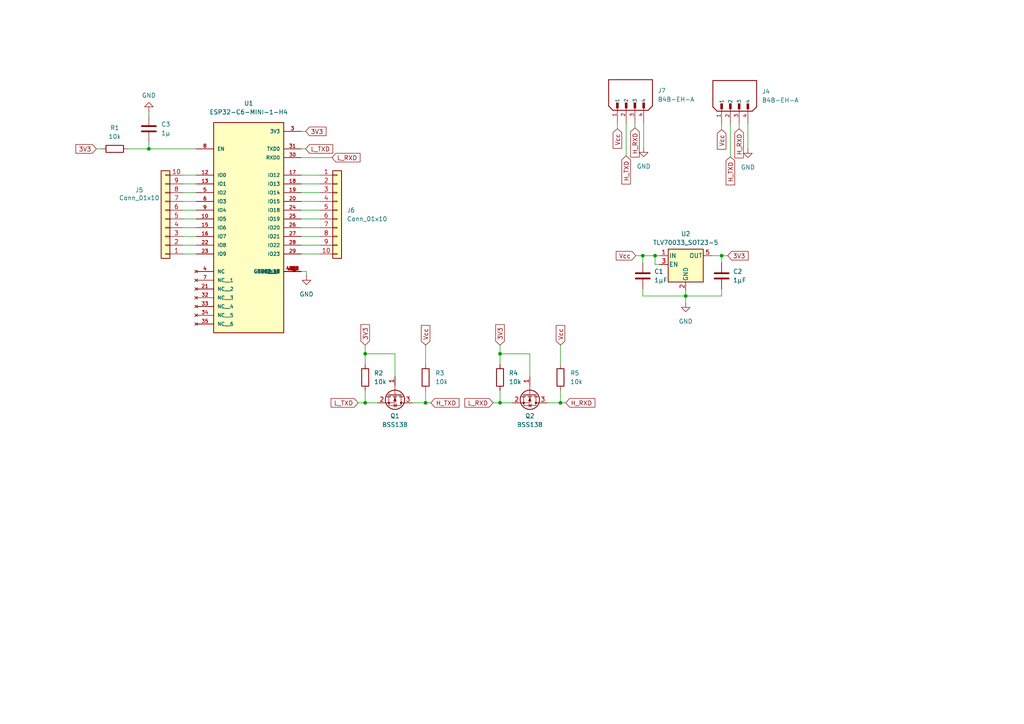
<source format=kicad_sch>
(kicad_sch (version 20231120) (generator "eeschema") (generator_version "8.0")
  (paper "A4")
  (lib_symbols
    (symbol "B4B-EH-A:B4B-EH-A" (pin_names (offset 1.016))
      (property "Reference" "J" (at -2.54 8.382 0))
      (property "Value" "B4B-EH-A" (at -2.54 -7.62 0))
      (symbol "B4B-EH-A_0_0"
        (rectangle (start -3.175 -2.8575) (end -1.5875 -2.2225) (stroke (width 0.1)) (fill (type outline)))
        (rectangle (start -3.175 -0.3175) (end -1.5875 0.3175) (stroke (width 0.1)) (fill (type outline)))
        (rectangle (start -3.175 2.2225) (end -1.5875 2.8575) (stroke (width 0.1)) (fill (type outline)))
        (rectangle (start -3.175 4.7625) (end -1.5875 5.3975) (stroke (width 0.1)) (fill (type outline)))
        (polyline (pts (xy -3.81 -3.81) (xy -2.54 -5.08)) (stroke (width 0.254)))
        (polyline (pts (xy -3.81 6.35) (xy -3.81 -3.81)) (stroke (width 0.254)))
        (polyline (pts (xy -3.81 6.35) (xy -2.54 7.62)) (stroke (width 0.254)))
        (polyline (pts (xy -2.54 -5.08) (xy 5.08 -5.08)) (stroke (width 0.254)))
        (polyline (pts (xy 5.08 -5.08) (xy 5.08 7.62)) (stroke (width 0.254)))
        (polyline (pts (xy 5.08 7.62) (xy -2.54 7.62)) (stroke (width 0.254)))
        (pin passive line (at -7.62 5.08 0) (length 5.08) (name "1") (number "1"))
        (pin passive line (at -7.62 2.54 0) (length 5.08) (name "2") (number "2"))
        (pin passive line (at -7.62 0 0) (length 5.08) (name "3") (number "3"))
        (pin passive line (at -7.62 -2.54 0) (length 5.08) (name "4") (number "4"))
      )
    )
    (symbol "Connector_Generic:Conn_01x10" (pin_names (offset 1.016) hide)
      (property "Reference" "J" (at 0 12.7 0))
      (property "Value" "Conn_01x10" (at 0 -15.24 0))
      (symbol "Conn_01x10_1_1"
        (rectangle (start -1.27 -12.573) (end 0 -12.827) (stroke (width 0.1524)))
        (rectangle (start -1.27 -10.033) (end 0 -10.287) (stroke (width 0.1524)))
        (rectangle (start -1.27 -7.493) (end 0 -7.747) (stroke (width 0.1524)))
        (rectangle (start -1.27 -4.953) (end 0 -5.207) (stroke (width 0.1524)))
        (rectangle (start -1.27 -2.413) (end 0 -2.667) (stroke (width 0.1524)))
        (rectangle (start -1.27 0.127) (end 0 -0.127) (stroke (width 0.1524)))
        (rectangle (start -1.27 2.667) (end 0 2.413) (stroke (width 0.1524)))
        (rectangle (start -1.27 5.207) (end 0 4.953) (stroke (width 0.1524)))
        (rectangle (start -1.27 7.747) (end 0 7.493) (stroke (width 0.1524)))
        (rectangle (start -1.27 10.287) (end 0 10.033) (stroke (width 0.1524)))
        (rectangle (start -1.27 11.43) (end 1.27 -13.97) (stroke (width 0.254)) (fill (type background)))
        (pin passive line (at -5.08 10.16 0) (length 3.81) (name "Pin_1") (number "1"))
        (pin passive line (at -5.08 -12.7 0) (length 3.81) (name "Pin_10") (number "10"))
        (pin passive line (at -5.08 7.62 0) (length 3.81) (name "Pin_2") (number "2"))
        (pin passive line (at -5.08 5.08 0) (length 3.81) (name "Pin_3") (number "3"))
        (pin passive line (at -5.08 2.54 0) (length 3.81) (name "Pin_4") (number "4"))
        (pin passive line (at -5.08 0 0) (length 3.81) (name "Pin_5") (number "5"))
        (pin passive line (at -5.08 -2.54 0) (length 3.81) (name "Pin_6") (number "6"))
        (pin passive line (at -5.08 -5.08 0) (length 3.81) (name "Pin_7") (number "7"))
        (pin passive line (at -5.08 -7.62 0) (length 3.81) (name "Pin_8") (number "8"))
        (pin passive line (at -5.08 -10.16 0) (length 3.81) (name "Pin_9") (number "9"))
      )
    )
    (symbol "Device:C" (pin_numbers hide) (pin_names (offset 0.254))
      (property "Reference" "C" (at 0.635 2.54 0))
      (property "Value" "C" (at 0.635 -2.54 0))
      (symbol "C_0_1"
        (polyline (pts (xy -2.032 -0.762) (xy 2.032 -0.762)) (stroke (width 0.508)))
        (polyline (pts (xy -2.032 0.762) (xy 2.032 0.762)) (stroke (width 0.508)))
      )
      (symbol "C_1_1"
        (pin passive line (at 0 3.81 270) (length 2.794) (name "~") (number "1"))
        (pin passive line (at 0 -3.81 90) (length 2.794) (name "~") (number "2"))
      )
    )
    (symbol "Device:R" (pin_numbers hide) (pin_names (offset 0))
      (property "Reference" "R" (at 2.032 0 90))
      (property "Value" "R" (at 0 0 90))
      (symbol "R_0_1"
        (rectangle (start -1.016 -2.54) (end 1.016 2.54) (stroke (width 0.254)))
      )
      (symbol "R_1_1"
        (pin passive line (at 0 3.81 270) (length 1.27) (name "~") (number "1"))
        (pin passive line (at 0 -3.81 90) (length 1.27) (name "~") (number "2"))
      )
    )
    (symbol "Modular_Electronics_Toolkit_sym:ESP32-C6-MINI-1-H4" (pin_names (offset 1.016))
      (property "Reference" "U" (at -10.16 23.622 0))
      (property "Value" "ESP32-C6-MINI-1-H4" (at -11.43 -41.402 0))
      (symbol "ESP32-C6-MINI-1-H4_0_0"
        (rectangle (start -10.16 22.86) (end 10.16 -38.1) (stroke (width 0.254)) (fill (type background)))
        (pin power_in line (at 15.24 -20.32 180) (length 5.08) (name "GND1") (number "1"))
        (pin bidirectional line (at -15.24 -5.08 0) (length 5.08) (name "IO5") (number "10"))
        (pin power_in line (at 15.24 -20.32 180) (length 5.08) (name "GND1__2") (number "11"))
        (pin bidirectional line (at -15.24 7.62 0) (length 5.08) (name "IO0") (number "12"))
        (pin bidirectional line (at -15.24 5.08 0) (length 5.08) (name "IO1") (number "13"))
        (pin power_in line (at 15.24 -20.32 180) (length 5.08) (name "GND1__3") (number "14"))
        (pin bidirectional line (at -15.24 -7.62 0) (length 5.08) (name "IO6") (number "15"))
        (pin bidirectional line (at -15.24 -10.16 0) (length 5.08) (name "IO7") (number "16"))
        (pin bidirectional line (at 15.24 7.62 180) (length 5.08) (name "IO12") (number "17"))
        (pin bidirectional line (at 15.24 5.08 180) (length 5.08) (name "IO13") (number "18"))
        (pin bidirectional line (at 15.24 2.54 180) (length 5.08) (name "IO14") (number "19"))
        (pin power_in line (at 15.24 -20.32 180) (length 5.08) (name "GND1__1") (number "2"))
        (pin bidirectional line (at 15.24 0 180) (length 5.08) (name "IO15") (number "20"))
        (pin no_connect line (at -15.24 -25.4 0) (length 5.08) (name "NC__2") (number "21"))
        (pin bidirectional line (at -15.24 -12.7 0) (length 5.08) (name "IO8") (number "22"))
        (pin bidirectional line (at -15.24 -15.24 0) (length 5.08) (name "IO9") (number "23"))
        (pin bidirectional line (at 15.24 -2.54 180) (length 5.08) (name "IO18") (number "24"))
        (pin bidirectional line (at 15.24 -5.08 180) (length 5.08) (name "IO19") (number "25"))
        (pin bidirectional line (at 15.24 -7.62 180) (length 5.08) (name "IO20") (number "26"))
        (pin bidirectional line (at 15.24 -10.16 180) (length 5.08) (name "IO21") (number "27"))
        (pin bidirectional line (at 15.24 -12.7 180) (length 5.08) (name "IO22") (number "28"))
        (pin bidirectional line (at 15.24 -15.24 180) (length 5.08) (name "IO23") (number "29"))
        (pin power_in line (at 15.24 20.32 180) (length 5.08) (name "3V3") (number "3"))
        (pin bidirectional line (at 15.24 12.7 180) (length 5.08) (name "RXD0") (number "30"))
        (pin bidirectional line (at 15.24 15.24 180) (length 5.08) (name "TXD0") (number "31"))
        (pin no_connect line (at -15.24 -27.94 0) (length 5.08) (name "NC__3") (number "32"))
        (pin no_connect line (at -15.24 -30.48 0) (length 5.08) (name "NC__4") (number "33"))
        (pin no_connect line (at -15.24 -33.02 0) (length 5.08) (name "NC__5") (number "34"))
        (pin no_connect line (at -15.24 -35.56 0) (length 5.08) (name "NC__6") (number "35"))
        (pin power_in line (at 15.24 -20.32 180) (length 5.08) (name "GND1__4") (number "36"))
        (pin power_in line (at 15.24 -20.32 180) (length 5.08) (name "GND1__5") (number "37"))
        (pin power_in line (at 15.24 -20.32 180) (length 5.08) (name "GND1__6") (number "38"))
        (pin power_in line (at 15.24 -20.32 180) (length 5.08) (name "GND1__7") (number "39"))
        (pin no_connect line (at -15.24 -20.32 0) (length 5.08) (name "NC") (number "4"))
        (pin power_in line (at 15.24 -20.32 180) (length 5.08) (name "GND1__8") (number "40"))
        (pin power_in line (at 15.24 -20.32 180) (length 5.08) (name "GND1__9") (number "41"))
        (pin power_in line (at 15.24 -20.32 180) (length 5.08) (name "GND1__10") (number "42"))
        (pin power_in line (at 15.24 -20.32 180) (length 5.08) (name "GND1__11") (number "43"))
        (pin power_in line (at 15.24 -20.32 180) (length 5.08) (name "GND1__12") (number "44"))
        (pin power_in line (at 15.24 -20.32 180) (length 5.08) (name "GND1__13") (number "45"))
        (pin power_in line (at 15.24 -20.32 180) (length 5.08) (name "GND1__14") (number "46"))
        (pin power_in line (at 15.24 -20.32 180) (length 5.08) (name "GND2") (number "47"))
        (pin power_in line (at 15.24 -20.32 180) (length 5.08) (name "GND2__1") (number "48"))
        (pin power_in line (at 15.24 -20.32 180) (length 5.08) (name "GND2__2") (number "49_1"))
        (pin power_in line (at 15.24 -20.32 180) (length 5.08) (name "GND2__3") (number "49_2"))
        (pin power_in line (at 15.24 -20.32 180) (length 5.08) (name "GND2__4") (number "49_3"))
        (pin power_in line (at 15.24 -20.32 180) (length 5.08) (name "GND2__5") (number "49_4"))
        (pin power_in line (at 15.24 -20.32 180) (length 5.08) (name "GND2__6") (number "49_5"))
        (pin power_in line (at 15.24 -20.32 180) (length 5.08) (name "GND2__7") (number "49_6"))
        (pin power_in line (at 15.24 -20.32 180) (length 5.08) (name "GND2__8") (number "49_7"))
        (pin power_in line (at 15.24 -20.32 180) (length 5.08) (name "GND2__9") (number "49_8"))
        (pin power_in line (at 15.24 -20.32 180) (length 5.08) (name "GND2__10") (number "49_9"))
        (pin bidirectional line (at -15.24 2.54 0) (length 5.08) (name "IO2") (number "5"))
        (pin power_in line (at 15.24 -20.32 180) (length 5.08) (name "GND2__11") (number "50"))
        (pin power_in line (at 15.24 -20.32 180) (length 5.08) (name "GND2__12") (number "51"))
        (pin power_in line (at 15.24 -20.32 180) (length 5.08) (name "GND2__13") (number "52"))
        (pin power_in line (at 15.24 -20.32 180) (length 5.08) (name "GND2__14") (number "53"))
        (pin bidirectional line (at -15.24 0 0) (length 5.08) (name "IO3") (number "6"))
        (pin no_connect line (at -15.24 -22.86 0) (length 5.08) (name "NC__1") (number "7"))
        (pin input line (at -15.24 15.24 0) (length 5.08) (name "EN") (number "8"))
        (pin bidirectional line (at -15.24 -2.54 0) (length 5.08) (name "IO4") (number "9"))
      )
    )
    (symbol "Regulator_Linear:TLV70033_SOT23-5" (pin_names (offset 0.254))
      (property "Reference" "U" (at -3.81 5.715 0))
      (property "Value" "TLV70033_SOT23-5" (at 0 5.715 0))
      (symbol "TLV70033_SOT23-5_0_1"
        (rectangle (start -5.08 4.445) (end 5.08 -5.08) (stroke (width 0.254)) (fill (type background)))
      )
      (symbol "TLV70033_SOT23-5_1_1"
        (pin power_in line (at -7.62 2.54 0) (length 2.54) (name "IN") (number "1"))
        (pin power_in line (at 0 -7.62 90) (length 2.54) (name "GND") (number "2"))
        (pin input line (at -7.62 0 0) (length 2.54) (name "EN") (number "3"))
        (pin no_connect line (at 5.08 0 180) (length 2.54) hide (name "NC") (number "4"))
        (pin power_out line (at 7.62 2.54 180) (length 2.54) (name "OUT") (number "5"))
      )
    )
    (symbol "Transistor_FET:BSS138" (pin_names hide)
      (property "Reference" "Q" (at 5.08 1.905 0))
      (property "Value" "BSS138" (at 5.08 0 0))
      (symbol "BSS138_0_1"
        (polyline (pts (xy 0.254 0) (xy -2.54 0)))
        (polyline (pts (xy 0.254 1.905) (xy 0.254 -1.905)) (stroke (width 0.254)))
        (polyline (pts (xy 0.762 -1.27) (xy 0.762 -2.286)) (stroke (width 0.254)))
        (polyline (pts (xy 0.762 0.508) (xy 0.762 -0.508)) (stroke (width 0.254)))
        (polyline (pts (xy 0.762 2.286) (xy 0.762 1.27)) (stroke (width 0.254)))
        (polyline (pts (xy 2.54 2.54) (xy 2.54 1.778)))
        (polyline (pts (xy 2.54 -2.54) (xy 2.54 0) (xy 0.762 0)))
        (polyline (pts (xy 0.762 -1.778) (xy 3.302 -1.778) (xy 3.302 1.778) (xy 0.762 1.778)))
        (polyline (pts (xy 1.016 0) (xy 2.032 0.381) (xy 2.032 -0.381) (xy 1.016 0)) (fill (type outline)))
        (polyline (pts (xy 2.794 0.508) (xy 2.921 0.381) (xy 3.683 0.381) (xy 3.81 0.254)))
        (polyline (pts (xy 3.302 0.381) (xy 2.921 -0.254) (xy 3.683 -0.254) (xy 3.302 0.381)))
        (circle (center 1.651 0) (radius 2.794) (stroke (width 0.254)))
        (circle (center 2.54 -1.778) (radius 0.254) (fill (type outline)))
        (circle (center 2.54 1.778) (radius 0.254) (fill (type outline)))
      )
      (symbol "BSS138_1_1"
        (pin input line (at -5.08 0 0) (length 2.54) (name "G") (number "1"))
        (pin passive line (at 2.54 -5.08 90) (length 2.54) (name "S") (number "2"))
        (pin passive line (at 2.54 5.08 270) (length 2.54) (name "D") (number "3"))
      )
    )
    (symbol "power:GND" (power) (pin_numbers hide) (pin_names (offset 0) hide)
      (property "Value" "GND" (at 0 -3.81 0))
      (symbol "GND_0_1"
        (polyline (pts (xy 0 0) (xy 0 -1.27) (xy 1.27 -1.27) (xy 0 -2.54) (xy -1.27 -1.27) (xy 0 -1.27)))
      )
      (symbol "GND_1_1"
        (pin power_in line (at 0 0 270) (length 0) (name "~") (number "1"))
      )
    )
  )
  (junction (at 198.882 85.852))
  (junction (at 189.992 74.168))
  (junction (at 105.918 102.616))
  (junction (at 105.918 116.84))
  (junction (at 123.444 116.84))
  (junction (at 43.18 43.18))
  (junction (at 145.034 116.84))
  (junction (at 145.034 102.616))
  (junction (at 209.296 74.168))
  (junction (at 162.56 116.84))
  (junction (at 186.436 74.168))
  (wire (pts (xy 114.554 109.22) (xy 114.554 102.616)))
  (wire (pts (xy 198.882 85.852) (xy 198.882 87.884)))
  (wire (pts (xy 123.444 116.84) (xy 124.968 116.84)))
  (wire (pts (xy 179.07 35.814) (xy 179.07 37.338)))
  (wire (pts (xy 105.918 116.84) (xy 109.474 116.84)))
  (wire (pts (xy 87.376 58.42) (xy 92.71 58.42)))
  (wire (pts (xy 153.67 109.22) (xy 153.67 102.616)))
  (wire (pts (xy 162.56 113.284) (xy 162.56 116.84)))
  (wire (pts (xy 87.376 60.96) (xy 92.71 60.96)))
  (wire (pts (xy 189.992 76.708) (xy 189.992 74.168)))
  (wire (pts (xy 216.916 36.068) (xy 216.916 43.18)))
  (wire (pts (xy 87.376 43.18) (xy 88.646 43.18)))
  (wire (pts (xy 53.086 55.88) (xy 56.896 55.88)))
  (wire (pts (xy 211.836 36.068) (xy 211.836 45.466)))
  (wire (pts (xy 206.502 74.168) (xy 209.296 74.168)))
  (wire (pts (xy 105.918 113.284) (xy 105.918 116.84)))
  (wire (pts (xy 209.296 83.82) (xy 209.296 85.852)))
  (wire (pts (xy 209.296 74.168) (xy 209.296 76.2)))
  (wire (pts (xy 53.086 58.42) (xy 56.896 58.42)))
  (wire (pts (xy 53.086 68.58) (xy 56.896 68.58)))
  (wire (pts (xy 162.56 116.84) (xy 158.75 116.84)))
  (wire (pts (xy 191.262 74.168) (xy 189.992 74.168)))
  (wire (pts (xy 87.376 66.04) (xy 92.71 66.04)))
  (wire (pts (xy 209.296 74.168) (xy 211.074 74.168)))
  (wire (pts (xy 87.376 45.72) (xy 96.266 45.72)))
  (wire (pts (xy 27.94 43.18) (xy 29.464 43.18)))
  (wire (pts (xy 53.086 60.96) (xy 56.896 60.96)))
  (wire (pts (xy 153.67 102.616) (xy 145.034 102.616)))
  (wire (pts (xy 184.15 35.814) (xy 184.15 37.084)))
  (wire (pts (xy 92.71 71.12) (xy 87.376 71.12)))
  (wire (pts (xy 214.376 36.068) (xy 214.376 37.338)))
  (wire (pts (xy 92.71 68.58) (xy 87.376 68.58)))
  (wire (pts (xy 209.296 85.852) (xy 198.882 85.852)))
  (wire (pts (xy 162.56 100.076) (xy 162.56 105.664)))
  (wire (pts (xy 186.436 74.168) (xy 186.436 76.2)))
  (wire (pts (xy 37.084 43.18) (xy 43.18 43.18)))
  (wire (pts (xy 209.296 36.068) (xy 209.296 37.592)))
  (wire (pts (xy 88.9 78.74) (xy 88.9 80.01)))
  (wire (pts (xy 43.18 32.258) (xy 43.18 33.528)))
  (wire (pts (xy 105.918 100.076) (xy 105.918 102.616)))
  (wire (pts (xy 145.034 116.84) (xy 148.59 116.84)))
  (wire (pts (xy 123.444 100.076) (xy 123.444 105.664)))
  (wire (pts (xy 87.376 78.74) (xy 88.9 78.74)))
  (wire (pts (xy 186.436 85.852) (xy 198.882 85.852)))
  (wire (pts (xy 103.886 116.84) (xy 105.918 116.84)))
  (wire (pts (xy 145.034 100.076) (xy 145.034 102.616)))
  (wire (pts (xy 87.376 55.88) (xy 92.71 55.88)))
  (wire (pts (xy 87.376 53.34) (xy 92.71 53.34)))
  (wire (pts (xy 198.882 84.328) (xy 198.882 85.852)))
  (wire (pts (xy 191.262 76.708) (xy 189.992 76.708)))
  (wire (pts (xy 186.69 35.814) (xy 186.69 42.926)))
  (wire (pts (xy 145.034 102.616) (xy 145.034 105.664)))
  (wire (pts (xy 143.002 116.84) (xy 145.034 116.84)))
  (wire (pts (xy 145.034 113.284) (xy 145.034 116.84)))
  (wire (pts (xy 87.376 63.5) (xy 92.71 63.5)))
  (wire (pts (xy 53.086 73.66) (xy 56.896 73.66)))
  (wire (pts (xy 162.56 116.84) (xy 164.084 116.84)))
  (wire (pts (xy 53.086 53.34) (xy 56.896 53.34)))
  (wire (pts (xy 53.086 66.04) (xy 56.896 66.04)))
  (wire (pts (xy 181.61 35.814) (xy 181.61 45.212)))
  (wire (pts (xy 43.18 43.18) (xy 56.896 43.18)))
  (wire (pts (xy 53.086 50.8) (xy 56.896 50.8)))
  (wire (pts (xy 92.71 73.66) (xy 87.376 73.66)))
  (wire (pts (xy 189.992 74.168) (xy 186.436 74.168)))
  (wire (pts (xy 186.436 74.168) (xy 184.404 74.168)))
  (wire (pts (xy 186.436 83.82) (xy 186.436 85.852)))
  (wire (pts (xy 87.376 50.8) (xy 92.71 50.8)))
  (wire (pts (xy 123.444 113.284) (xy 123.444 116.84)))
  (wire (pts (xy 53.086 63.5) (xy 56.896 63.5)))
  (wire (pts (xy 123.444 116.84) (xy 119.634 116.84)))
  (wire (pts (xy 105.918 102.616) (xy 105.918 105.664)))
  (wire (pts (xy 53.086 71.12) (xy 56.896 71.12)))
  (wire (pts (xy 114.554 102.616) (xy 105.918 102.616)))
  (wire (pts (xy 87.376 38.1) (xy 88.646 38.1)))
  (wire (pts (xy 43.18 41.148) (xy 43.18 43.18)))
  (global_label "3V3" (shape input) (at 145.034 100.076 90) (property "Intersheetrefs" "${INTERSHEET_REFS}" (effects (hide yes))))
  (global_label "H_RXD" (shape input) (at 164.084 116.84 0) (property "Intersheetrefs" "${INTERSHEET_REFS}" (effects (hide yes))))
  (global_label "L_RXD" (shape input) (at 96.266 45.72 0) (property "Intersheetrefs" "${INTERSHEET_REFS}" (effects (hide yes))))
  (global_label "3V3" (shape input) (at 27.94 43.18 180) (property "Intersheetrefs" "${INTERSHEET_REFS}" (effects (hide yes))))
  (global_label "L_RXD" (shape input) (at 143.002 116.84 180) (property "Intersheetrefs" "${INTERSHEET_REFS}" (effects (hide yes))))
  (global_label "H_TXD" (shape input) (at 181.61 45.212 270) (property "Intersheetrefs" "${INTERSHEET_REFS}" (effects (hide yes))))
  (global_label "3V3" (shape input) (at 211.074 74.168 0) (property "Intersheetrefs" "${INTERSHEET_REFS}" (effects (hide yes))))
  (global_label "L_TXD" (shape input) (at 88.646 43.18 0) (property "Intersheetrefs" "${INTERSHEET_REFS}" (effects (hide yes))))
  (global_label "H_TXD" (shape input) (at 211.836 45.466 270) (property "Intersheetrefs" "${INTERSHEET_REFS}" (effects (hide yes))))
  (global_label "L_TXD" (shape input) (at 103.886 116.84 180) (property "Intersheetrefs" "${INTERSHEET_REFS}" (effects (hide yes))))
  (global_label "3V3" (shape input) (at 105.918 100.076 90) (property "Intersheetrefs" "${INTERSHEET_REFS}" (effects (hide yes))))
  (global_label "H_RXD" (shape input) (at 184.15 37.084 270) (property "Intersheetrefs" "${INTERSHEET_REFS}" (effects (hide yes))))
  (global_label "H_TXD" (shape input) (at 124.968 116.84 0) (property "Intersheetrefs" "${INTERSHEET_REFS}" (effects (hide yes))))
  (global_label "Vcc" (shape input) (at 209.296 37.592 270) (property "Intersheetrefs" "${INTERSHEET_REFS}" (effects (hide yes))))
  (global_label "Vcc" (shape input) (at 184.404 74.168 180) (property "Intersheetrefs" "${INTERSHEET_REFS}" (effects (hide yes))))
  (global_label "3V3" (shape input) (at 88.646 38.1 0) (property "Intersheetrefs" "${INTERSHEET_REFS}" (effects (hide yes))))
  (global_label "Vcc" (shape input) (at 179.07 37.338 270) (property "Intersheetrefs" "${INTERSHEET_REFS}" (effects (hide yes))))
  (global_label "H_RXD" (shape input) (at 214.376 37.338 270) (property "Intersheetrefs" "${INTERSHEET_REFS}" (effects (hide yes))))
  (global_label "Vcc" (shape input) (at 162.56 100.076 90) (property "Intersheetrefs" "${INTERSHEET_REFS}" (effects (hide yes))))
  (global_label "Vcc" (shape input) (at 123.444 100.076 90) (property "Intersheetrefs" "${INTERSHEET_REFS}" (effects (hide yes))))
  (symbol (lib_id "Transistor_FET:BSS138") (at 114.554 114.3 270) (unit 1)
    (property "Reference" "Q1" (at 114.554 120.65 90))
    (property "Value" "BSS138" (at 114.554 123.19 90))
    (property "Footprint" "Package_TO_SOT_SMD:SOT-23" (effects (hide yes)))
    (property "Datasheet" "https://www.onsemi.com/pub/Collateral/BSS138-D.PDF" (effects (hide yes)))
    (property "Description" "50V Vds, 0.22A Id, N-Channel MOSFET, SOT-23" (effects (hide yes)))
  )
  (symbol (lib_id "Device:R") (at 33.274 43.18 90) (unit 1)
    (property "Reference" "R1" (at 33.274 37.084 90))
    (property "Value" "10k" (at 33.274 39.624 90))
    (property "Footprint" "Resistor_SMD:R_0603_1608Metric_Pad0.98x0.95mm_HandSolder" (effects (hide yes)))
    (property "Description" "Resistor" (effects (hide yes)))
  )
  (symbol (lib_id "B4B-EH-A:B4B-EH-A") (at 214.376 28.448 90) (unit 1)
    (property "Reference" "J4" (at 220.98 26.5429 90) (effects (justify right)))
    (property "Value" "B4B-EH-A" (at 220.98 29.0829 90) (effects (justify right)))
    (property "Footprint" "Modular-Electronics-Toolkit-BP:JST_B4B-EH-A" (effects (hide yes)))
    (property "STANDARD" "Manufacturer Recommendations" (effects (hide yes)))
    (property "SNAPEDA_PN" "B4B-EH-A" (effects (hide yes)))
    (property "MAXIMUM_PACKAGE_HEIGHT" "6mm" (effects (hide yes)))
    (property "MANUFACTURER" "JST" (effects (hide yes)))
  )
  (symbol (lib_id "power:GND") (at 216.916 43.18 0) (unit 1)
    (property "Reference" "#PWR02" (effects (hide yes)))
    (property "Value" "GND" (at 216.916 48.514 0))
    (property "Description" "Power symbol creates a global label with name \"GND\" , ground" (effects (hide yes)))
  )
  (symbol (lib_id "Device:C") (at 43.18 37.338 0) (unit 1)
    (property "Reference" "C3" (at 46.736 36.0679 0) (effects (justify left)))
    (property "Value" "1µ" (at 46.736 38.6079 0) (effects (justify left)))
    (property "Footprint" "Capacitor_SMD:C_0603_1608Metric_Pad1.08x0.95mm_HandSolder" (effects (hide yes)))
    (property "Description" "Unpolarized capacitor" (effects (hide yes)))
  )
  (symbol (lib_id "Connector_Generic:Conn_01x10") (at 48.006 63.5 180) (unit 1)
    (property "Reference" "J5" (at 40.386 55.118 0))
    (property "Value" "Conn_01x10" (at 40.386 57.404 0))
    (property "Footprint" "Connector_PinHeader_2.54mm:PinHeader_1x10_P2.54mm_Vertical" (effects (hide yes)))
    (property "Description" "Generic connector, single row, 01x10, script generated (kicad-library-utils/schlib/autogen/connector/)" (effects (hide yes)))
  )
  (symbol (lib_id "power:GND") (at 198.882 87.884 0) (unit 1)
    (property "Reference" "#PWR01" (effects (hide yes)))
    (property "Value" "GND" (at 198.882 93.218 0))
    (property "Description" "Power symbol creates a global label with name \"GND\" , ground" (effects (hide yes)))
  )
  (symbol (lib_id "Modular_Electronics_Toolkit_sym:ESP32-C6-MINI-1-H4") (at 72.136 58.42 0) (unit 1)
    (property "Reference" "U1" (at 72.136 29.972 0))
    (property "Value" "ESP32-C6-MINI-1-H4" (at 72.136 32.512 0))
    (property "Footprint" "Modular-Electronics-Toolkit-BP:XCVR_ESP32-C6-MINI-1-H4" (effects (hide yes)))
    (property "PARTREV" "1.0" (effects (hide yes)))
    (property "STANDARD" "Manufacturer recommendations" (effects (hide yes)))
    (property "MAXIMUM_PACKAGE_HEIGHT" "2.55 mm" (effects (hide yes)))
    (property "MANUFACTURER" "Espressif Systems" (effects (hide yes)))
  )
  (symbol (lib_id "power:GND") (at 43.18 32.258 180) (unit 1)
    (property "Reference" "#PWR05" (effects (hide yes)))
    (property "Value" "GND" (at 43.18 27.686 0))
    (property "Description" "Power symbol creates a global label with name \"GND\" , ground" (effects (hide yes)))
  )
  (symbol (lib_id "Device:R") (at 105.918 109.474 0) (unit 1)
    (property "Reference" "R2" (at 108.458 108.2039 0) (effects (justify left)))
    (property "Value" "10k" (at 108.458 110.7439 0) (effects (justify left)))
    (property "Footprint" "Resistor_SMD:R_0603_1608Metric_Pad0.98x0.95mm_HandSolder" (effects (hide yes)))
    (property "Description" "Resistor" (effects (hide yes)))
  )
  (symbol (lib_id "Device:C") (at 209.296 80.01 0) (unit 1)
    (property "Reference" "C2" (at 212.598 78.7399 0) (effects (justify left)))
    (property "Value" "1µF" (at 212.598 81.2799 0) (effects (justify left)))
    (property "Footprint" "Capacitor_SMD:C_0603_1608Metric_Pad1.08x0.95mm_HandSolder" (effects (hide yes)))
    (property "Description" "Unpolarized capacitor" (effects (hide yes)))
  )
  (symbol (lib_id "Device:C") (at 186.436 80.01 0) (unit 1)
    (property "Reference" "C1" (at 189.738 78.7399 0) (effects (justify left)))
    (property "Value" "1µF" (at 189.738 81.2799 0) (effects (justify left)))
    (property "Footprint" "Capacitor_SMD:C_0603_1608Metric_Pad1.08x0.95mm_HandSolder" (effects (hide yes)))
    (property "Description" "Unpolarized capacitor" (effects (hide yes)))
  )
  (symbol (lib_id "B4B-EH-A:B4B-EH-A") (at 184.15 28.194 90) (unit 1)
    (property "Reference" "J7" (at 190.754 26.2889 90) (effects (justify right)))
    (property "Value" "B4B-EH-A" (at 190.754 28.8289 90) (effects (justify right)))
    (property "Footprint" "Modular-Electronics-Toolkit-BP:JST_B4B-EH-A" (effects (hide yes)))
    (property "STANDARD" "Manufacturer Recommendations" (effects (hide yes)))
    (property "SNAPEDA_PN" "B4B-EH-A" (effects (hide yes)))
    (property "MAXIMUM_PACKAGE_HEIGHT" "6mm" (effects (hide yes)))
    (property "MANUFACTURER" "JST" (effects (hide yes)))
  )
  (symbol (lib_id "Transistor_FET:BSS138") (at 153.67 114.3 270) (unit 1)
    (property "Reference" "Q2" (at 153.67 120.65 90))
    (property "Value" "BSS138" (at 153.67 123.19 90))
    (property "Footprint" "Package_TO_SOT_SMD:SOT-23" (effects (hide yes)))
    (property "Datasheet" "https://www.onsemi.com/pub/Collateral/BSS138-D.PDF" (effects (hide yes)))
    (property "Description" "50V Vds, 0.22A Id, N-Channel MOSFET, SOT-23" (effects (hide yes)))
  )
  (symbol (lib_id "Device:R") (at 123.444 109.474 0) (unit 1)
    (property "Reference" "R3" (at 126.238 108.2039 0) (effects (justify left)))
    (property "Value" "10k" (at 126.238 110.7439 0) (effects (justify left)))
    (property "Footprint" "Resistor_SMD:R_0603_1608Metric_Pad0.98x0.95mm_HandSolder" (effects (hide yes)))
    (property "Description" "Resistor" (effects (hide yes)))
  )
  (symbol (lib_id "Device:R") (at 162.56 109.474 0) (unit 1)
    (property "Reference" "R5" (at 165.354 108.2039 0) (effects (justify left)))
    (property "Value" "10k" (at 165.354 110.7439 0) (effects (justify left)))
    (property "Footprint" "Resistor_SMD:R_0603_1608Metric_Pad0.98x0.95mm_HandSolder" (effects (hide yes)))
    (property "Description" "Resistor" (effects (hide yes)))
  )
  (symbol (lib_id "Regulator_Linear:TLV70033_SOT23-5") (at 198.882 76.708 0) (unit 1)
    (property "Reference" "U2" (at 198.882 67.818 0))
    (property "Value" "TLV70033_SOT23-5" (at 198.882 70.358 0))
    (property "Footprint" "Package_TO_SOT_SMD:SOT-23-5" (effects (hide yes)))
    (property "Datasheet" "http://www.ti.com/lit/ds/symlink/tlv700.pdf" (effects (hide yes)))
    (property "Description" "200mA Low Dropout Voltage Regulator, Fixed Output 3.3V, SOT-23-5" (effects (hide yes)))
  )
  (symbol (lib_id "power:GND") (at 186.69 42.926 0) (unit 1)
    (property "Reference" "#PWR03" (effects (hide yes)))
    (property "Value" "GND" (at 186.69 48.26 0))
    (property "Description" "Power symbol creates a global label with name \"GND\" , ground" (effects (hide yes)))
  )
  (symbol (lib_id "Device:R") (at 145.034 109.474 0) (unit 1)
    (property "Reference" "R4" (at 147.574 108.2039 0) (effects (justify left)))
    (property "Value" "10k" (at 147.574 110.7439 0) (effects (justify left)))
    (property "Footprint" "Resistor_SMD:R_0603_1608Metric_Pad0.98x0.95mm_HandSolder" (effects (hide yes)))
    (property "Description" "Resistor" (effects (hide yes)))
  )
  (symbol (lib_id "Connector_Generic:Conn_01x10") (at 97.79 60.96 0) (unit 1)
    (property "Reference" "J6" (at 100.584 60.9599 0) (effects (justify left)))
    (property "Value" "Conn_01x10" (at 100.584 63.4999 0) (effects (justify left)))
    (property "Footprint" "Connector_PinHeader_2.54mm:PinHeader_1x10_P2.54mm_Vertical" (effects (hide yes)))
    (property "Description" "Generic connector, single row, 01x10, script generated (kicad-library-utils/schlib/autogen/connector/)" (effects (hide yes)))
  )
  (symbol (lib_id "power:GND") (at 88.9 80.01 0) (unit 1)
    (property "Reference" "#PWR04" (effects (hide yes)))
    (property "Value" "GND" (at 88.9 85.344 0))
    (property "Description" "Power symbol creates a global label with name \"GND\" , ground" (effects (hide yes)))
  )
)
</source>
